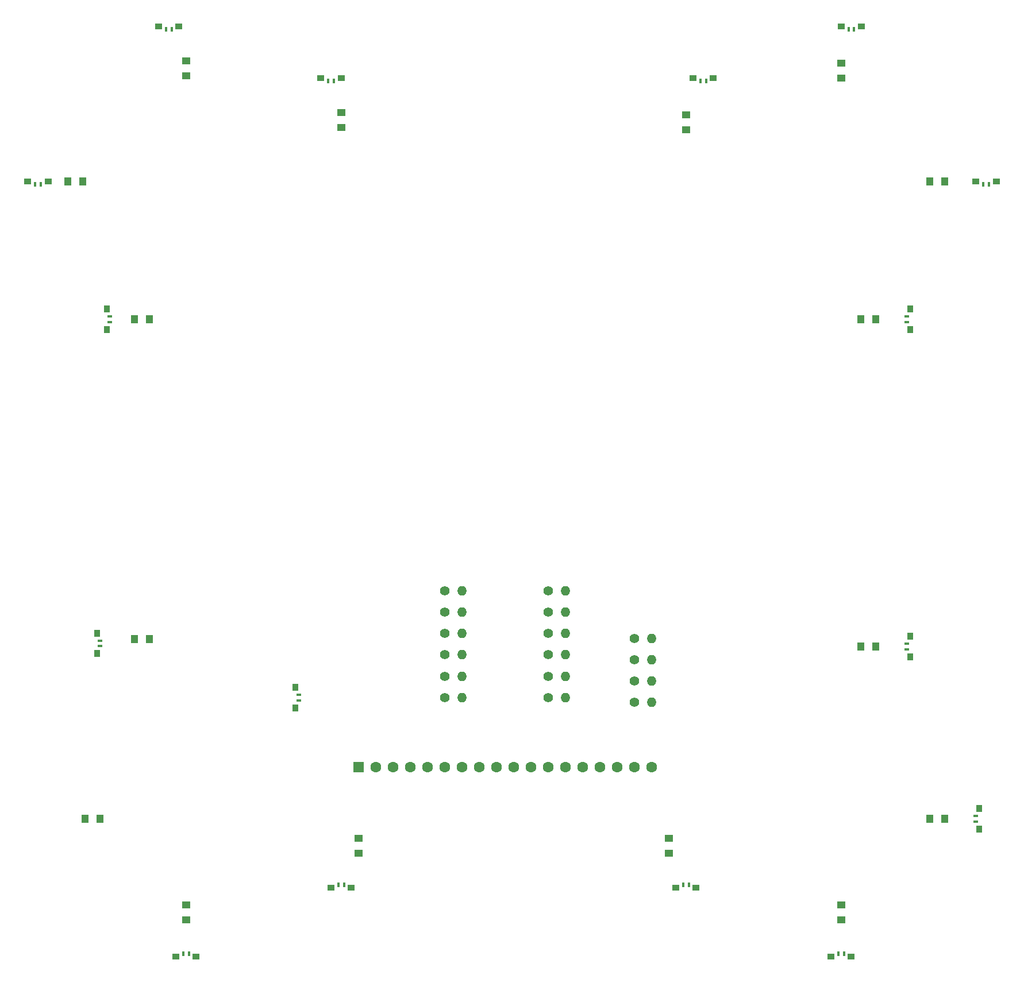
<source format=gts>
%TF.GenerationSoftware,KiCad,Pcbnew,8.0.5*%
%TF.CreationDate,2024-11-19T19:18:07-05:00*%
%TF.ProjectId,line_sensor_pcb,6c696e65-5f73-4656-9e73-6f725f706362,rev?*%
%TF.SameCoordinates,Original*%
%TF.FileFunction,Soldermask,Top*%
%TF.FilePolarity,Negative*%
%FSLAX46Y46*%
G04 Gerber Fmt 4.6, Leading zero omitted, Abs format (unit mm)*
G04 Created by KiCad (PCBNEW 8.0.5) date 2024-11-19 19:18:07*
%MOMM*%
%LPD*%
G01*
G04 APERTURE LIST*
G04 Aperture macros list*
%AMRoundRect*
0 Rectangle with rounded corners*
0 $1 Rounding radius*
0 $2 $3 $4 $5 $6 $7 $8 $9 X,Y pos of 4 corners*
0 Add a 4 corners polygon primitive as box body*
4,1,4,$2,$3,$4,$5,$6,$7,$8,$9,$2,$3,0*
0 Add four circle primitives for the rounded corners*
1,1,$1+$1,$2,$3*
1,1,$1+$1,$4,$5*
1,1,$1+$1,$6,$7*
1,1,$1+$1,$8,$9*
0 Add four rect primitives between the rounded corners*
20,1,$1+$1,$2,$3,$4,$5,0*
20,1,$1+$1,$4,$5,$6,$7,0*
20,1,$1+$1,$6,$7,$8,$9,0*
20,1,$1+$1,$8,$9,$2,$3,0*%
G04 Aperture macros list end*
%ADD10R,0.900000X1.000000*%
%ADD11R,0.800000X0.400000*%
%ADD12C,1.400000*%
%ADD13O,1.400000X1.400000*%
%ADD14R,1.000000X1.250000*%
%ADD15R,1.250000X1.000000*%
%ADD16R,1.000000X0.900000*%
%ADD17R,0.400000X0.800000*%
%ADD18RoundRect,0.102000X-0.699000X-0.699000X0.699000X-0.699000X0.699000X0.699000X-0.699000X0.699000X0*%
%ADD19C,1.602000*%
G04 APERTURE END LIST*
D10*
%TO.C,D10*%
X157480000Y-115340000D03*
X157480000Y-118340000D03*
D11*
X157030000Y-117240000D03*
X157030000Y-116440000D03*
%TD*%
D10*
%TO.C,D1*%
X167640000Y-140740000D03*
X167640000Y-143740000D03*
D11*
X167190000Y-142640000D03*
X167190000Y-141840000D03*
%TD*%
D12*
%TO.C,R29*%
X116840000Y-115620000D03*
D13*
X119380000Y-115620000D03*
%TD*%
D14*
%TO.C,LED10*%
X152400000Y-116840000D03*
X150200000Y-116840000D03*
%TD*%
D12*
%TO.C,R18*%
X88900000Y-111760000D03*
D13*
X91440000Y-111760000D03*
%TD*%
D12*
%TO.C,R26*%
X104140000Y-118060000D03*
D13*
X106680000Y-118060000D03*
%TD*%
D12*
%TO.C,R17*%
X88900000Y-108610000D03*
D13*
X91440000Y-108610000D03*
%TD*%
D14*
%TO.C,LED1*%
X162560000Y-142240000D03*
X160360000Y-142240000D03*
%TD*%
%TO.C,LED13*%
X38100000Y-142240000D03*
X35900000Y-142240000D03*
%TD*%
%TO.C,LED7*%
X33360000Y-48260000D03*
X35560000Y-48260000D03*
%TD*%
D15*
%TO.C,LED6*%
X76200000Y-145120000D03*
X76200000Y-147320000D03*
%TD*%
D12*
%TO.C,R24*%
X104140000Y-111760000D03*
D13*
X106680000Y-111760000D03*
%TD*%
D16*
%TO.C,D5*%
X125960000Y-152400000D03*
X122960000Y-152400000D03*
D17*
X124060000Y-151950000D03*
X124860000Y-151950000D03*
%TD*%
D12*
%TO.C,R28*%
X104140000Y-124360000D03*
D13*
X106680000Y-124360000D03*
%TD*%
D12*
%TO.C,R20*%
X88900000Y-118060000D03*
D13*
X91440000Y-118060000D03*
%TD*%
D15*
%TO.C,LED3*%
X50800000Y-30480000D03*
X50800000Y-32680000D03*
%TD*%
D12*
%TO.C,R22*%
X88900000Y-124360000D03*
D13*
X91440000Y-124360000D03*
%TD*%
D10*
%TO.C,D9*%
X157480000Y-67080000D03*
X157480000Y-70080000D03*
D11*
X157030000Y-68980000D03*
X157030000Y-68180000D03*
%TD*%
D16*
%TO.C,D3*%
X46760000Y-25400000D03*
X49760000Y-25400000D03*
D17*
X48660000Y-25850000D03*
X47860000Y-25850000D03*
%TD*%
D12*
%TO.C,R25*%
X104140000Y-114910000D03*
D13*
X106680000Y-114910000D03*
%TD*%
D15*
%TO.C,LED9*%
X50800000Y-154940000D03*
X50800000Y-157140000D03*
%TD*%
D16*
%TO.C,D8*%
X70660000Y-33020000D03*
X73660000Y-33020000D03*
D17*
X72560000Y-33470000D03*
X71760000Y-33470000D03*
%TD*%
D16*
%TO.C,D12*%
X27480000Y-48260000D03*
X30480000Y-48260000D03*
D17*
X29380000Y-48710000D03*
X28580000Y-48710000D03*
%TD*%
D12*
%TO.C,R32*%
X116840000Y-125070000D03*
D13*
X119380000Y-125070000D03*
%TD*%
D15*
%TO.C,LED2*%
X121920000Y-145120000D03*
X121920000Y-147320000D03*
%TD*%
D10*
%TO.C,D2*%
X37700000Y-117890000D03*
X37700000Y-114890000D03*
D11*
X38150000Y-115990000D03*
X38150000Y-116790000D03*
%TD*%
D15*
%TO.C,LED5*%
X147320000Y-154940000D03*
X147320000Y-157140000D03*
%TD*%
%TO.C,LED8*%
X73660000Y-38100000D03*
X73660000Y-40300000D03*
%TD*%
D18*
%TO.C,J2*%
X76200000Y-134620000D03*
D19*
X78740000Y-134620000D03*
X81280000Y-134620000D03*
X83820000Y-134620000D03*
X86360000Y-134620000D03*
X88900000Y-134620000D03*
X91440000Y-134620000D03*
X93980000Y-134620000D03*
X96520000Y-134620000D03*
X99060000Y-134620000D03*
X101600000Y-134620000D03*
X104140000Y-134620000D03*
X106680000Y-134620000D03*
X109220000Y-134620000D03*
X111760000Y-134620000D03*
X114300000Y-134620000D03*
X116840000Y-134620000D03*
X119380000Y-134620000D03*
%TD*%
D16*
%TO.C,D11*%
X52300000Y-162560000D03*
X49300000Y-162560000D03*
D17*
X50400000Y-162110000D03*
X51200000Y-162110000D03*
%TD*%
D15*
%TO.C,LED4*%
X124460000Y-38440000D03*
X124460000Y-40640000D03*
%TD*%
D16*
%TO.C,D6*%
X75160000Y-152400000D03*
X72160000Y-152400000D03*
D17*
X73260000Y-151950000D03*
X74060000Y-151950000D03*
%TD*%
D15*
%TO.C,LED12*%
X147320000Y-30820000D03*
X147320000Y-33020000D03*
%TD*%
D16*
%TO.C,D14*%
X167180000Y-48260000D03*
X170180000Y-48260000D03*
D17*
X169080000Y-48710000D03*
X168280000Y-48710000D03*
%TD*%
D14*
%TO.C,LED16*%
X162560000Y-48260000D03*
X160360000Y-48260000D03*
%TD*%
D16*
%TO.C,D7*%
X148820000Y-162560000D03*
X145820000Y-162560000D03*
D17*
X146920000Y-162110000D03*
X147720000Y-162110000D03*
%TD*%
D14*
%TO.C,LED11*%
X43180000Y-68580000D03*
X45380000Y-68580000D03*
%TD*%
%TO.C,LED14*%
X152400000Y-68580000D03*
X150200000Y-68580000D03*
%TD*%
D10*
%TO.C,D16*%
X39140000Y-70080000D03*
X39140000Y-67080000D03*
D11*
X39590000Y-68180000D03*
X39590000Y-68980000D03*
%TD*%
D16*
%TO.C,D4*%
X125500000Y-33020000D03*
X128500000Y-33020000D03*
D17*
X127400000Y-33470000D03*
X126600000Y-33470000D03*
%TD*%
D12*
%TO.C,R27*%
X104140000Y-121210000D03*
D13*
X106680000Y-121210000D03*
%TD*%
D12*
%TO.C,R31*%
X116840000Y-121920000D03*
D13*
X119380000Y-121920000D03*
%TD*%
D14*
%TO.C,LED15*%
X43180000Y-115740000D03*
X45380000Y-115740000D03*
%TD*%
D12*
%TO.C,R21*%
X88900000Y-121210000D03*
D13*
X91440000Y-121210000D03*
%TD*%
D12*
%TO.C,R23*%
X104140000Y-108610000D03*
D13*
X106680000Y-108610000D03*
%TD*%
D12*
%TO.C,R19*%
X88900000Y-114910000D03*
D13*
X91440000Y-114910000D03*
%TD*%
D16*
%TO.C,D13*%
X147320000Y-25400000D03*
X150320000Y-25400000D03*
D17*
X149220000Y-25850000D03*
X148420000Y-25850000D03*
%TD*%
D12*
%TO.C,R30*%
X116840000Y-118770000D03*
D13*
X119380000Y-118770000D03*
%TD*%
D10*
%TO.C,D15*%
X66925700Y-125890000D03*
X66925700Y-122890000D03*
D11*
X67375700Y-123990000D03*
X67375700Y-124790000D03*
%TD*%
M02*

</source>
